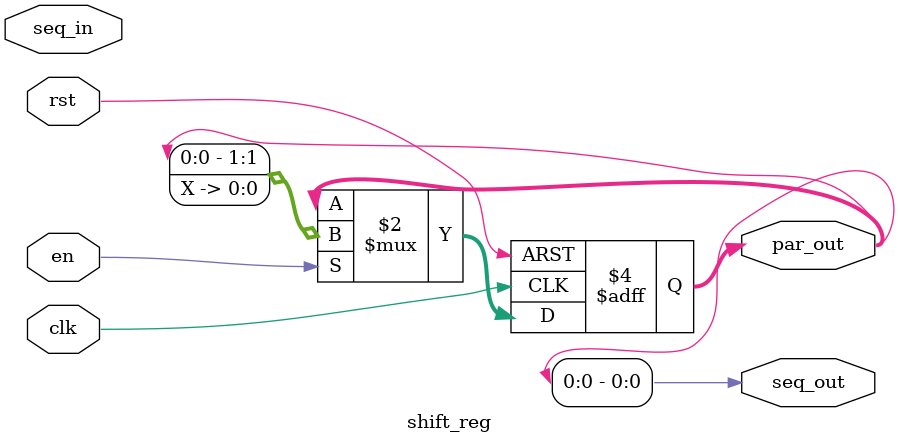
<source format=sv>

`include "config.svh"

module shift_reg
# (
    parameter depth = 0
)
(
    input                      clk,
    input                      rst,
    input                      en,
    input                      seq_in,
    output                     seq_out,
    output logic [depth - 1:0] par_out
);

    always_ff @ (posedge clk or posedge rst)
        if (rst)
            par_out <= '0;
        else if (en)
            par_out <= { seq_in, par_out [depth - 1:1] };

    assign seq_out = par_out [0];

endmodule

</source>
